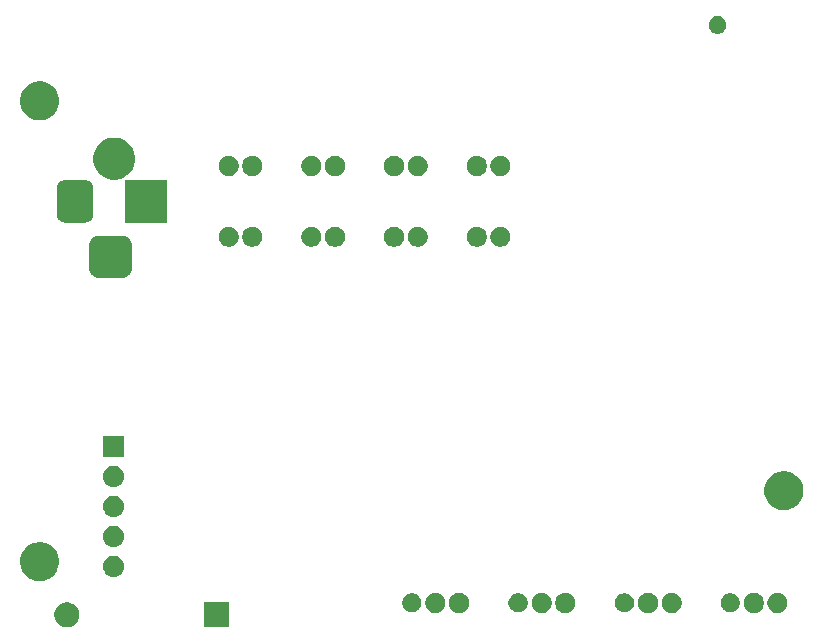
<source format=gbr>
G04 #@! TF.GenerationSoftware,KiCad,Pcbnew,5.0.2-bee76a0~70~ubuntu18.04.1*
G04 #@! TF.CreationDate,2019-04-11T12:32:57+02:00*
G04 #@! TF.ProjectId,Plant_monitoring_device,506c616e-745f-46d6-9f6e-69746f72696e,rev?*
G04 #@! TF.SameCoordinates,Original*
G04 #@! TF.FileFunction,Soldermask,Bot*
G04 #@! TF.FilePolarity,Negative*
%FSLAX46Y46*%
G04 Gerber Fmt 4.6, Leading zero omitted, Abs format (unit mm)*
G04 Created by KiCad (PCBNEW 5.0.2-bee76a0~70~ubuntu18.04.1) date Čt 11. dubna 2019, 12:32:57 CEST*
%MOMM*%
%LPD*%
G01*
G04 APERTURE LIST*
%ADD10C,0.100000*%
G04 APERTURE END LIST*
D10*
G36*
X213051000Y-149551000D02*
X210949000Y-149551000D01*
X210949000Y-147449000D01*
X213051000Y-147449000D01*
X213051000Y-149551000D01*
X213051000Y-149551000D01*
G37*
G36*
X199606565Y-147489389D02*
X199797834Y-147568615D01*
X199969976Y-147683637D01*
X200116363Y-147830024D01*
X200231385Y-148002166D01*
X200310611Y-148193435D01*
X200351000Y-148396484D01*
X200351000Y-148603516D01*
X200310611Y-148806565D01*
X200231385Y-148997834D01*
X200116363Y-149169976D01*
X199969976Y-149316363D01*
X199797834Y-149431385D01*
X199606565Y-149510611D01*
X199403516Y-149551000D01*
X199196484Y-149551000D01*
X198993435Y-149510611D01*
X198802166Y-149431385D01*
X198630024Y-149316363D01*
X198483637Y-149169976D01*
X198368615Y-148997834D01*
X198289389Y-148806565D01*
X198249000Y-148603516D01*
X198249000Y-148396484D01*
X198289389Y-148193435D01*
X198368615Y-148002166D01*
X198483637Y-147830024D01*
X198630024Y-147683637D01*
X198802166Y-147568615D01*
X198993435Y-147489389D01*
X199196484Y-147449000D01*
X199403516Y-147449000D01*
X199606565Y-147489389D01*
X199606565Y-147489389D01*
G37*
G36*
X248748228Y-146681703D02*
X248903100Y-146745853D01*
X249042481Y-146838985D01*
X249161015Y-146957519D01*
X249254147Y-147096900D01*
X249318297Y-147251772D01*
X249351000Y-147416184D01*
X249351000Y-147583816D01*
X249318297Y-147748228D01*
X249254147Y-147903100D01*
X249161015Y-148042481D01*
X249042481Y-148161015D01*
X248903100Y-148254147D01*
X248748228Y-148318297D01*
X248583816Y-148351000D01*
X248416184Y-148351000D01*
X248251772Y-148318297D01*
X248096900Y-148254147D01*
X247957519Y-148161015D01*
X247838985Y-148042481D01*
X247745853Y-147903100D01*
X247681703Y-147748228D01*
X247649000Y-147583816D01*
X247649000Y-147416184D01*
X247681703Y-147251772D01*
X247745853Y-147096900D01*
X247838985Y-146957519D01*
X247957519Y-146838985D01*
X248096900Y-146745853D01*
X248251772Y-146681703D01*
X248416184Y-146649000D01*
X248583816Y-146649000D01*
X248748228Y-146681703D01*
X248748228Y-146681703D01*
G37*
G36*
X259708228Y-146681703D02*
X259863100Y-146745853D01*
X260002481Y-146838985D01*
X260121015Y-146957519D01*
X260214147Y-147096900D01*
X260278297Y-147251772D01*
X260311000Y-147416184D01*
X260311000Y-147583816D01*
X260278297Y-147748228D01*
X260214147Y-147903100D01*
X260121015Y-148042481D01*
X260002481Y-148161015D01*
X259863100Y-148254147D01*
X259708228Y-148318297D01*
X259543816Y-148351000D01*
X259376184Y-148351000D01*
X259211772Y-148318297D01*
X259056900Y-148254147D01*
X258917519Y-148161015D01*
X258798985Y-148042481D01*
X258705853Y-147903100D01*
X258641703Y-147748228D01*
X258609000Y-147583816D01*
X258609000Y-147416184D01*
X258641703Y-147251772D01*
X258705853Y-147096900D01*
X258798985Y-146957519D01*
X258917519Y-146838985D01*
X259056900Y-146745853D01*
X259211772Y-146681703D01*
X259376184Y-146649000D01*
X259543816Y-146649000D01*
X259708228Y-146681703D01*
X259708228Y-146681703D01*
G37*
G36*
X257708228Y-146681703D02*
X257863100Y-146745853D01*
X258002481Y-146838985D01*
X258121015Y-146957519D01*
X258214147Y-147096900D01*
X258278297Y-147251772D01*
X258311000Y-147416184D01*
X258311000Y-147583816D01*
X258278297Y-147748228D01*
X258214147Y-147903100D01*
X258121015Y-148042481D01*
X258002481Y-148161015D01*
X257863100Y-148254147D01*
X257708228Y-148318297D01*
X257543816Y-148351000D01*
X257376184Y-148351000D01*
X257211772Y-148318297D01*
X257056900Y-148254147D01*
X256917519Y-148161015D01*
X256798985Y-148042481D01*
X256705853Y-147903100D01*
X256641703Y-147748228D01*
X256609000Y-147583816D01*
X256609000Y-147416184D01*
X256641703Y-147251772D01*
X256705853Y-147096900D01*
X256798985Y-146957519D01*
X256917519Y-146838985D01*
X257056900Y-146745853D01*
X257211772Y-146681703D01*
X257376184Y-146649000D01*
X257543816Y-146649000D01*
X257708228Y-146681703D01*
X257708228Y-146681703D01*
G37*
G36*
X232748228Y-146681703D02*
X232903100Y-146745853D01*
X233042481Y-146838985D01*
X233161015Y-146957519D01*
X233254147Y-147096900D01*
X233318297Y-147251772D01*
X233351000Y-147416184D01*
X233351000Y-147583816D01*
X233318297Y-147748228D01*
X233254147Y-147903100D01*
X233161015Y-148042481D01*
X233042481Y-148161015D01*
X232903100Y-148254147D01*
X232748228Y-148318297D01*
X232583816Y-148351000D01*
X232416184Y-148351000D01*
X232251772Y-148318297D01*
X232096900Y-148254147D01*
X231957519Y-148161015D01*
X231838985Y-148042481D01*
X231745853Y-147903100D01*
X231681703Y-147748228D01*
X231649000Y-147583816D01*
X231649000Y-147416184D01*
X231681703Y-147251772D01*
X231745853Y-147096900D01*
X231838985Y-146957519D01*
X231957519Y-146838985D01*
X232096900Y-146745853D01*
X232251772Y-146681703D01*
X232416184Y-146649000D01*
X232583816Y-146649000D01*
X232748228Y-146681703D01*
X232748228Y-146681703D01*
G37*
G36*
X230748228Y-146681703D02*
X230903100Y-146745853D01*
X231042481Y-146838985D01*
X231161015Y-146957519D01*
X231254147Y-147096900D01*
X231318297Y-147251772D01*
X231351000Y-147416184D01*
X231351000Y-147583816D01*
X231318297Y-147748228D01*
X231254147Y-147903100D01*
X231161015Y-148042481D01*
X231042481Y-148161015D01*
X230903100Y-148254147D01*
X230748228Y-148318297D01*
X230583816Y-148351000D01*
X230416184Y-148351000D01*
X230251772Y-148318297D01*
X230096900Y-148254147D01*
X229957519Y-148161015D01*
X229838985Y-148042481D01*
X229745853Y-147903100D01*
X229681703Y-147748228D01*
X229649000Y-147583816D01*
X229649000Y-147416184D01*
X229681703Y-147251772D01*
X229745853Y-147096900D01*
X229838985Y-146957519D01*
X229957519Y-146838985D01*
X230096900Y-146745853D01*
X230251772Y-146681703D01*
X230416184Y-146649000D01*
X230583816Y-146649000D01*
X230748228Y-146681703D01*
X230748228Y-146681703D01*
G37*
G36*
X250748228Y-146681703D02*
X250903100Y-146745853D01*
X251042481Y-146838985D01*
X251161015Y-146957519D01*
X251254147Y-147096900D01*
X251318297Y-147251772D01*
X251351000Y-147416184D01*
X251351000Y-147583816D01*
X251318297Y-147748228D01*
X251254147Y-147903100D01*
X251161015Y-148042481D01*
X251042481Y-148161015D01*
X250903100Y-148254147D01*
X250748228Y-148318297D01*
X250583816Y-148351000D01*
X250416184Y-148351000D01*
X250251772Y-148318297D01*
X250096900Y-148254147D01*
X249957519Y-148161015D01*
X249838985Y-148042481D01*
X249745853Y-147903100D01*
X249681703Y-147748228D01*
X249649000Y-147583816D01*
X249649000Y-147416184D01*
X249681703Y-147251772D01*
X249745853Y-147096900D01*
X249838985Y-146957519D01*
X249957519Y-146838985D01*
X250096900Y-146745853D01*
X250251772Y-146681703D01*
X250416184Y-146649000D01*
X250583816Y-146649000D01*
X250748228Y-146681703D01*
X250748228Y-146681703D01*
G37*
G36*
X241748228Y-146681703D02*
X241903100Y-146745853D01*
X242042481Y-146838985D01*
X242161015Y-146957519D01*
X242254147Y-147096900D01*
X242318297Y-147251772D01*
X242351000Y-147416184D01*
X242351000Y-147583816D01*
X242318297Y-147748228D01*
X242254147Y-147903100D01*
X242161015Y-148042481D01*
X242042481Y-148161015D01*
X241903100Y-148254147D01*
X241748228Y-148318297D01*
X241583816Y-148351000D01*
X241416184Y-148351000D01*
X241251772Y-148318297D01*
X241096900Y-148254147D01*
X240957519Y-148161015D01*
X240838985Y-148042481D01*
X240745853Y-147903100D01*
X240681703Y-147748228D01*
X240649000Y-147583816D01*
X240649000Y-147416184D01*
X240681703Y-147251772D01*
X240745853Y-147096900D01*
X240838985Y-146957519D01*
X240957519Y-146838985D01*
X241096900Y-146745853D01*
X241251772Y-146681703D01*
X241416184Y-146649000D01*
X241583816Y-146649000D01*
X241748228Y-146681703D01*
X241748228Y-146681703D01*
G37*
G36*
X239748228Y-146681703D02*
X239903100Y-146745853D01*
X240042481Y-146838985D01*
X240161015Y-146957519D01*
X240254147Y-147096900D01*
X240318297Y-147251772D01*
X240351000Y-147416184D01*
X240351000Y-147583816D01*
X240318297Y-147748228D01*
X240254147Y-147903100D01*
X240161015Y-148042481D01*
X240042481Y-148161015D01*
X239903100Y-148254147D01*
X239748228Y-148318297D01*
X239583816Y-148351000D01*
X239416184Y-148351000D01*
X239251772Y-148318297D01*
X239096900Y-148254147D01*
X238957519Y-148161015D01*
X238838985Y-148042481D01*
X238745853Y-147903100D01*
X238681703Y-147748228D01*
X238649000Y-147583816D01*
X238649000Y-147416184D01*
X238681703Y-147251772D01*
X238745853Y-147096900D01*
X238838985Y-146957519D01*
X238957519Y-146838985D01*
X239096900Y-146745853D01*
X239251772Y-146681703D01*
X239416184Y-146649000D01*
X239583816Y-146649000D01*
X239748228Y-146681703D01*
X239748228Y-146681703D01*
G37*
G36*
X237737142Y-146718242D02*
X237885102Y-146779530D01*
X238018258Y-146868502D01*
X238131498Y-146981742D01*
X238220470Y-147114898D01*
X238281758Y-147262858D01*
X238313000Y-147419925D01*
X238313000Y-147580075D01*
X238281758Y-147737142D01*
X238243284Y-147830024D01*
X238220471Y-147885100D01*
X238142251Y-148002166D01*
X238131498Y-148018258D01*
X238018258Y-148131498D01*
X237885102Y-148220470D01*
X237737142Y-148281758D01*
X237580075Y-148313000D01*
X237419925Y-148313000D01*
X237262858Y-148281758D01*
X237114898Y-148220470D01*
X236981742Y-148131498D01*
X236868502Y-148018258D01*
X236857750Y-148002166D01*
X236779529Y-147885100D01*
X236756716Y-147830024D01*
X236718242Y-147737142D01*
X236687000Y-147580075D01*
X236687000Y-147419925D01*
X236718242Y-147262858D01*
X236779530Y-147114898D01*
X236868502Y-146981742D01*
X236981742Y-146868502D01*
X237114898Y-146779530D01*
X237262858Y-146718242D01*
X237419925Y-146687000D01*
X237580075Y-146687000D01*
X237737142Y-146718242D01*
X237737142Y-146718242D01*
G37*
G36*
X246737142Y-146718242D02*
X246885102Y-146779530D01*
X247018258Y-146868502D01*
X247131498Y-146981742D01*
X247220470Y-147114898D01*
X247281758Y-147262858D01*
X247313000Y-147419925D01*
X247313000Y-147580075D01*
X247281758Y-147737142D01*
X247243284Y-147830024D01*
X247220471Y-147885100D01*
X247142251Y-148002166D01*
X247131498Y-148018258D01*
X247018258Y-148131498D01*
X246885102Y-148220470D01*
X246737142Y-148281758D01*
X246580075Y-148313000D01*
X246419925Y-148313000D01*
X246262858Y-148281758D01*
X246114898Y-148220470D01*
X245981742Y-148131498D01*
X245868502Y-148018258D01*
X245857750Y-148002166D01*
X245779529Y-147885100D01*
X245756716Y-147830024D01*
X245718242Y-147737142D01*
X245687000Y-147580075D01*
X245687000Y-147419925D01*
X245718242Y-147262858D01*
X245779530Y-147114898D01*
X245868502Y-146981742D01*
X245981742Y-146868502D01*
X246114898Y-146779530D01*
X246262858Y-146718242D01*
X246419925Y-146687000D01*
X246580075Y-146687000D01*
X246737142Y-146718242D01*
X246737142Y-146718242D01*
G37*
G36*
X255697142Y-146718242D02*
X255845102Y-146779530D01*
X255978258Y-146868502D01*
X256091498Y-146981742D01*
X256180470Y-147114898D01*
X256241758Y-147262858D01*
X256273000Y-147419925D01*
X256273000Y-147580075D01*
X256241758Y-147737142D01*
X256203284Y-147830024D01*
X256180471Y-147885100D01*
X256102251Y-148002166D01*
X256091498Y-148018258D01*
X255978258Y-148131498D01*
X255845102Y-148220470D01*
X255697142Y-148281758D01*
X255540075Y-148313000D01*
X255379925Y-148313000D01*
X255222858Y-148281758D01*
X255074898Y-148220470D01*
X254941742Y-148131498D01*
X254828502Y-148018258D01*
X254817750Y-148002166D01*
X254739529Y-147885100D01*
X254716716Y-147830024D01*
X254678242Y-147737142D01*
X254647000Y-147580075D01*
X254647000Y-147419925D01*
X254678242Y-147262858D01*
X254739530Y-147114898D01*
X254828502Y-146981742D01*
X254941742Y-146868502D01*
X255074898Y-146779530D01*
X255222858Y-146718242D01*
X255379925Y-146687000D01*
X255540075Y-146687000D01*
X255697142Y-146718242D01*
X255697142Y-146718242D01*
G37*
G36*
X228737142Y-146718242D02*
X228885102Y-146779530D01*
X229018258Y-146868502D01*
X229131498Y-146981742D01*
X229220470Y-147114898D01*
X229281758Y-147262858D01*
X229313000Y-147419925D01*
X229313000Y-147580075D01*
X229281758Y-147737142D01*
X229243284Y-147830024D01*
X229220471Y-147885100D01*
X229142251Y-148002166D01*
X229131498Y-148018258D01*
X229018258Y-148131498D01*
X228885102Y-148220470D01*
X228737142Y-148281758D01*
X228580075Y-148313000D01*
X228419925Y-148313000D01*
X228262858Y-148281758D01*
X228114898Y-148220470D01*
X227981742Y-148131498D01*
X227868502Y-148018258D01*
X227857750Y-148002166D01*
X227779529Y-147885100D01*
X227756716Y-147830024D01*
X227718242Y-147737142D01*
X227687000Y-147580075D01*
X227687000Y-147419925D01*
X227718242Y-147262858D01*
X227779530Y-147114898D01*
X227868502Y-146981742D01*
X227981742Y-146868502D01*
X228114898Y-146779530D01*
X228262858Y-146718242D01*
X228419925Y-146687000D01*
X228580075Y-146687000D01*
X228737142Y-146718242D01*
X228737142Y-146718242D01*
G37*
G36*
X197375256Y-142391298D02*
X197481579Y-142412447D01*
X197782042Y-142536903D01*
X197910564Y-142622779D01*
X198052454Y-142717587D01*
X198282413Y-142947546D01*
X198282415Y-142947549D01*
X198463097Y-143217958D01*
X198583651Y-143509000D01*
X198587553Y-143518422D01*
X198637559Y-143769815D01*
X198651000Y-143837391D01*
X198651000Y-144162609D01*
X198587553Y-144481579D01*
X198499550Y-144694037D01*
X198463098Y-144782040D01*
X198282413Y-145052454D01*
X198052454Y-145282413D01*
X198052451Y-145282415D01*
X197782042Y-145463097D01*
X197481579Y-145587553D01*
X197375256Y-145608702D01*
X197162611Y-145651000D01*
X196837389Y-145651000D01*
X196624744Y-145608702D01*
X196518421Y-145587553D01*
X196217958Y-145463097D01*
X195947549Y-145282415D01*
X195947546Y-145282413D01*
X195717587Y-145052454D01*
X195536902Y-144782040D01*
X195500450Y-144694037D01*
X195412447Y-144481579D01*
X195349000Y-144162609D01*
X195349000Y-143837391D01*
X195362442Y-143769815D01*
X195412447Y-143518422D01*
X195416350Y-143509000D01*
X195536903Y-143217958D01*
X195717585Y-142947549D01*
X195717587Y-142947546D01*
X195947546Y-142717587D01*
X196089436Y-142622779D01*
X196217958Y-142536903D01*
X196518421Y-142412447D01*
X196624744Y-142391298D01*
X196837389Y-142349000D01*
X197162611Y-142349000D01*
X197375256Y-142391298D01*
X197375256Y-142391298D01*
G37*
G36*
X203360442Y-143515518D02*
X203426627Y-143522037D01*
X203539853Y-143556384D01*
X203596467Y-143573557D01*
X203735087Y-143647652D01*
X203752991Y-143657222D01*
X203788729Y-143686552D01*
X203890186Y-143769814D01*
X203945644Y-143837391D01*
X204002778Y-143907009D01*
X204002779Y-143907011D01*
X204086443Y-144063533D01*
X204086443Y-144063534D01*
X204137963Y-144233373D01*
X204155359Y-144410000D01*
X204137963Y-144586627D01*
X204103616Y-144699853D01*
X204086443Y-144756467D01*
X204012348Y-144895087D01*
X204002778Y-144912991D01*
X203973448Y-144948729D01*
X203890186Y-145050186D01*
X203788729Y-145133448D01*
X203752991Y-145162778D01*
X203752989Y-145162779D01*
X203596467Y-145246443D01*
X203539853Y-145263616D01*
X203426627Y-145297963D01*
X203360442Y-145304482D01*
X203294260Y-145311000D01*
X203205740Y-145311000D01*
X203139558Y-145304482D01*
X203073373Y-145297963D01*
X202960147Y-145263616D01*
X202903533Y-145246443D01*
X202747011Y-145162779D01*
X202747009Y-145162778D01*
X202711271Y-145133448D01*
X202609814Y-145050186D01*
X202526552Y-144948729D01*
X202497222Y-144912991D01*
X202487652Y-144895087D01*
X202413557Y-144756467D01*
X202396384Y-144699853D01*
X202362037Y-144586627D01*
X202344641Y-144410000D01*
X202362037Y-144233373D01*
X202413557Y-144063534D01*
X202413557Y-144063533D01*
X202497221Y-143907011D01*
X202497222Y-143907009D01*
X202554356Y-143837391D01*
X202609814Y-143769814D01*
X202711271Y-143686552D01*
X202747009Y-143657222D01*
X202764913Y-143647652D01*
X202903533Y-143573557D01*
X202960147Y-143556384D01*
X203073373Y-143522037D01*
X203139558Y-143515518D01*
X203205740Y-143509000D01*
X203294260Y-143509000D01*
X203360442Y-143515518D01*
X203360442Y-143515518D01*
G37*
G36*
X203360443Y-140975519D02*
X203426627Y-140982037D01*
X203539853Y-141016384D01*
X203596467Y-141033557D01*
X203735087Y-141107652D01*
X203752991Y-141117222D01*
X203788729Y-141146552D01*
X203890186Y-141229814D01*
X203973448Y-141331271D01*
X204002778Y-141367009D01*
X204002779Y-141367011D01*
X204086443Y-141523533D01*
X204086443Y-141523534D01*
X204137963Y-141693373D01*
X204155359Y-141870000D01*
X204137963Y-142046627D01*
X204103616Y-142159853D01*
X204086443Y-142216467D01*
X204015602Y-142349000D01*
X204002778Y-142372991D01*
X203973448Y-142408729D01*
X203890186Y-142510186D01*
X203788729Y-142593448D01*
X203752991Y-142622778D01*
X203752989Y-142622779D01*
X203596467Y-142706443D01*
X203559736Y-142717585D01*
X203426627Y-142757963D01*
X203360443Y-142764481D01*
X203294260Y-142771000D01*
X203205740Y-142771000D01*
X203139557Y-142764481D01*
X203073373Y-142757963D01*
X202940264Y-142717585D01*
X202903533Y-142706443D01*
X202747011Y-142622779D01*
X202747009Y-142622778D01*
X202711271Y-142593448D01*
X202609814Y-142510186D01*
X202526552Y-142408729D01*
X202497222Y-142372991D01*
X202484398Y-142349000D01*
X202413557Y-142216467D01*
X202396384Y-142159853D01*
X202362037Y-142046627D01*
X202344641Y-141870000D01*
X202362037Y-141693373D01*
X202413557Y-141523534D01*
X202413557Y-141523533D01*
X202497221Y-141367011D01*
X202497222Y-141367009D01*
X202526552Y-141331271D01*
X202609814Y-141229814D01*
X202711271Y-141146552D01*
X202747009Y-141117222D01*
X202764913Y-141107652D01*
X202903533Y-141033557D01*
X202960147Y-141016384D01*
X203073373Y-140982037D01*
X203139557Y-140975519D01*
X203205740Y-140969000D01*
X203294260Y-140969000D01*
X203360443Y-140975519D01*
X203360443Y-140975519D01*
G37*
G36*
X203360442Y-138435518D02*
X203426627Y-138442037D01*
X203539853Y-138476384D01*
X203596467Y-138493557D01*
X203735087Y-138567652D01*
X203752991Y-138577222D01*
X203788729Y-138606552D01*
X203890186Y-138689814D01*
X203965873Y-138782040D01*
X204002778Y-138827009D01*
X204002779Y-138827011D01*
X204086443Y-138983533D01*
X204086443Y-138983534D01*
X204137963Y-139153373D01*
X204155359Y-139330000D01*
X204137963Y-139506627D01*
X204113414Y-139587553D01*
X204086443Y-139676467D01*
X204012348Y-139815087D01*
X204002778Y-139832991D01*
X203973448Y-139868729D01*
X203890186Y-139970186D01*
X203788729Y-140053448D01*
X203752991Y-140082778D01*
X203752989Y-140082779D01*
X203596467Y-140166443D01*
X203539853Y-140183616D01*
X203426627Y-140217963D01*
X203360442Y-140224482D01*
X203294260Y-140231000D01*
X203205740Y-140231000D01*
X203139558Y-140224482D01*
X203073373Y-140217963D01*
X202960147Y-140183616D01*
X202903533Y-140166443D01*
X202747011Y-140082779D01*
X202747009Y-140082778D01*
X202711271Y-140053448D01*
X202609814Y-139970186D01*
X202526552Y-139868729D01*
X202497222Y-139832991D01*
X202487652Y-139815087D01*
X202413557Y-139676467D01*
X202386586Y-139587553D01*
X202362037Y-139506627D01*
X202344641Y-139330000D01*
X202362037Y-139153373D01*
X202413557Y-138983534D01*
X202413557Y-138983533D01*
X202497221Y-138827011D01*
X202497222Y-138827009D01*
X202534127Y-138782040D01*
X202609814Y-138689814D01*
X202711271Y-138606552D01*
X202747009Y-138577222D01*
X202764913Y-138567652D01*
X202903533Y-138493557D01*
X202960147Y-138476384D01*
X203073373Y-138442037D01*
X203139558Y-138435518D01*
X203205740Y-138429000D01*
X203294260Y-138429000D01*
X203360442Y-138435518D01*
X203360442Y-138435518D01*
G37*
G36*
X260375256Y-136391298D02*
X260481579Y-136412447D01*
X260782042Y-136536903D01*
X260896487Y-136613373D01*
X261052454Y-136717587D01*
X261282413Y-136947546D01*
X261282415Y-136947549D01*
X261463097Y-137217958D01*
X261587553Y-137518421D01*
X261651000Y-137837391D01*
X261651000Y-138162609D01*
X261587553Y-138481579D01*
X261463097Y-138782042D01*
X261328465Y-138983533D01*
X261282413Y-139052454D01*
X261052454Y-139282413D01*
X261052451Y-139282415D01*
X260782042Y-139463097D01*
X260481579Y-139587553D01*
X260375256Y-139608702D01*
X260162611Y-139651000D01*
X259837389Y-139651000D01*
X259624744Y-139608702D01*
X259518421Y-139587553D01*
X259217958Y-139463097D01*
X258947549Y-139282415D01*
X258947546Y-139282413D01*
X258717587Y-139052454D01*
X258671535Y-138983533D01*
X258536903Y-138782042D01*
X258412447Y-138481579D01*
X258349000Y-138162609D01*
X258349000Y-137837391D01*
X258412447Y-137518421D01*
X258536903Y-137217958D01*
X258717585Y-136947549D01*
X258717587Y-136947546D01*
X258947546Y-136717587D01*
X259103513Y-136613373D01*
X259217958Y-136536903D01*
X259518421Y-136412447D01*
X259624744Y-136391298D01*
X259837389Y-136349000D01*
X260162611Y-136349000D01*
X260375256Y-136391298D01*
X260375256Y-136391298D01*
G37*
G36*
X203360442Y-135895518D02*
X203426627Y-135902037D01*
X203539853Y-135936384D01*
X203596467Y-135953557D01*
X203735087Y-136027652D01*
X203752991Y-136037222D01*
X203788729Y-136066552D01*
X203890186Y-136149814D01*
X203973448Y-136251271D01*
X204002778Y-136287009D01*
X204002779Y-136287011D01*
X204086443Y-136443533D01*
X204086443Y-136443534D01*
X204137963Y-136613373D01*
X204155359Y-136790000D01*
X204137963Y-136966627D01*
X204103616Y-137079853D01*
X204086443Y-137136467D01*
X204042883Y-137217960D01*
X204002778Y-137292991D01*
X203973448Y-137328729D01*
X203890186Y-137430186D01*
X203788729Y-137513448D01*
X203752991Y-137542778D01*
X203752989Y-137542779D01*
X203596467Y-137626443D01*
X203539853Y-137643616D01*
X203426627Y-137677963D01*
X203360442Y-137684482D01*
X203294260Y-137691000D01*
X203205740Y-137691000D01*
X203139558Y-137684482D01*
X203073373Y-137677963D01*
X202960147Y-137643616D01*
X202903533Y-137626443D01*
X202747011Y-137542779D01*
X202747009Y-137542778D01*
X202711271Y-137513448D01*
X202609814Y-137430186D01*
X202526552Y-137328729D01*
X202497222Y-137292991D01*
X202457117Y-137217960D01*
X202413557Y-137136467D01*
X202396384Y-137079853D01*
X202362037Y-136966627D01*
X202344641Y-136790000D01*
X202362037Y-136613373D01*
X202413557Y-136443534D01*
X202413557Y-136443533D01*
X202497221Y-136287011D01*
X202497222Y-136287009D01*
X202526552Y-136251271D01*
X202609814Y-136149814D01*
X202711271Y-136066552D01*
X202747009Y-136037222D01*
X202764913Y-136027652D01*
X202903533Y-135953557D01*
X202960147Y-135936384D01*
X203073373Y-135902037D01*
X203139558Y-135895518D01*
X203205740Y-135889000D01*
X203294260Y-135889000D01*
X203360442Y-135895518D01*
X203360442Y-135895518D01*
G37*
G36*
X204151000Y-135151000D02*
X202349000Y-135151000D01*
X202349000Y-133349000D01*
X204151000Y-133349000D01*
X204151000Y-135151000D01*
X204151000Y-135151000D01*
G37*
G36*
X204126366Y-116415695D02*
X204283458Y-116463348D01*
X204428230Y-116540731D01*
X204555128Y-116644872D01*
X204659269Y-116771770D01*
X204736652Y-116916542D01*
X204784305Y-117073634D01*
X204801000Y-117243140D01*
X204801000Y-119156860D01*
X204784305Y-119326366D01*
X204736652Y-119483458D01*
X204659269Y-119628230D01*
X204555128Y-119755128D01*
X204428230Y-119859269D01*
X204283458Y-119936652D01*
X204126366Y-119984305D01*
X203956860Y-120001000D01*
X202043140Y-120001000D01*
X201873634Y-119984305D01*
X201716542Y-119936652D01*
X201571770Y-119859269D01*
X201444872Y-119755128D01*
X201340731Y-119628230D01*
X201263348Y-119483458D01*
X201215695Y-119326366D01*
X201199000Y-119156860D01*
X201199000Y-117243140D01*
X201215695Y-117073634D01*
X201263348Y-116916542D01*
X201340731Y-116771770D01*
X201444872Y-116644872D01*
X201571770Y-116540731D01*
X201716542Y-116463348D01*
X201873634Y-116415695D01*
X202043140Y-116399000D01*
X203956860Y-116399000D01*
X204126366Y-116415695D01*
X204126366Y-116415695D01*
G37*
G36*
X229248228Y-115681703D02*
X229403100Y-115745853D01*
X229542481Y-115838985D01*
X229661015Y-115957519D01*
X229754147Y-116096900D01*
X229818297Y-116251772D01*
X229851000Y-116416184D01*
X229851000Y-116583816D01*
X229818297Y-116748228D01*
X229754147Y-116903100D01*
X229661015Y-117042481D01*
X229542481Y-117161015D01*
X229403100Y-117254147D01*
X229248228Y-117318297D01*
X229083816Y-117351000D01*
X228916184Y-117351000D01*
X228751772Y-117318297D01*
X228596900Y-117254147D01*
X228457519Y-117161015D01*
X228338985Y-117042481D01*
X228245853Y-116903100D01*
X228181703Y-116748228D01*
X228149000Y-116583816D01*
X228149000Y-116416184D01*
X228181703Y-116251772D01*
X228245853Y-116096900D01*
X228338985Y-115957519D01*
X228457519Y-115838985D01*
X228596900Y-115745853D01*
X228751772Y-115681703D01*
X228916184Y-115649000D01*
X229083816Y-115649000D01*
X229248228Y-115681703D01*
X229248228Y-115681703D01*
G37*
G36*
X227248228Y-115681703D02*
X227403100Y-115745853D01*
X227542481Y-115838985D01*
X227661015Y-115957519D01*
X227754147Y-116096900D01*
X227818297Y-116251772D01*
X227851000Y-116416184D01*
X227851000Y-116583816D01*
X227818297Y-116748228D01*
X227754147Y-116903100D01*
X227661015Y-117042481D01*
X227542481Y-117161015D01*
X227403100Y-117254147D01*
X227248228Y-117318297D01*
X227083816Y-117351000D01*
X226916184Y-117351000D01*
X226751772Y-117318297D01*
X226596900Y-117254147D01*
X226457519Y-117161015D01*
X226338985Y-117042481D01*
X226245853Y-116903100D01*
X226181703Y-116748228D01*
X226149000Y-116583816D01*
X226149000Y-116416184D01*
X226181703Y-116251772D01*
X226245853Y-116096900D01*
X226338985Y-115957519D01*
X226457519Y-115838985D01*
X226596900Y-115745853D01*
X226751772Y-115681703D01*
X226916184Y-115649000D01*
X227083816Y-115649000D01*
X227248228Y-115681703D01*
X227248228Y-115681703D01*
G37*
G36*
X236248228Y-115681703D02*
X236403100Y-115745853D01*
X236542481Y-115838985D01*
X236661015Y-115957519D01*
X236754147Y-116096900D01*
X236818297Y-116251772D01*
X236851000Y-116416184D01*
X236851000Y-116583816D01*
X236818297Y-116748228D01*
X236754147Y-116903100D01*
X236661015Y-117042481D01*
X236542481Y-117161015D01*
X236403100Y-117254147D01*
X236248228Y-117318297D01*
X236083816Y-117351000D01*
X235916184Y-117351000D01*
X235751772Y-117318297D01*
X235596900Y-117254147D01*
X235457519Y-117161015D01*
X235338985Y-117042481D01*
X235245853Y-116903100D01*
X235181703Y-116748228D01*
X235149000Y-116583816D01*
X235149000Y-116416184D01*
X235181703Y-116251772D01*
X235245853Y-116096900D01*
X235338985Y-115957519D01*
X235457519Y-115838985D01*
X235596900Y-115745853D01*
X235751772Y-115681703D01*
X235916184Y-115649000D01*
X236083816Y-115649000D01*
X236248228Y-115681703D01*
X236248228Y-115681703D01*
G37*
G36*
X234248228Y-115681703D02*
X234403100Y-115745853D01*
X234542481Y-115838985D01*
X234661015Y-115957519D01*
X234754147Y-116096900D01*
X234818297Y-116251772D01*
X234851000Y-116416184D01*
X234851000Y-116583816D01*
X234818297Y-116748228D01*
X234754147Y-116903100D01*
X234661015Y-117042481D01*
X234542481Y-117161015D01*
X234403100Y-117254147D01*
X234248228Y-117318297D01*
X234083816Y-117351000D01*
X233916184Y-117351000D01*
X233751772Y-117318297D01*
X233596900Y-117254147D01*
X233457519Y-117161015D01*
X233338985Y-117042481D01*
X233245853Y-116903100D01*
X233181703Y-116748228D01*
X233149000Y-116583816D01*
X233149000Y-116416184D01*
X233181703Y-116251772D01*
X233245853Y-116096900D01*
X233338985Y-115957519D01*
X233457519Y-115838985D01*
X233596900Y-115745853D01*
X233751772Y-115681703D01*
X233916184Y-115649000D01*
X234083816Y-115649000D01*
X234248228Y-115681703D01*
X234248228Y-115681703D01*
G37*
G36*
X213248228Y-115681703D02*
X213403100Y-115745853D01*
X213542481Y-115838985D01*
X213661015Y-115957519D01*
X213754147Y-116096900D01*
X213818297Y-116251772D01*
X213851000Y-116416184D01*
X213851000Y-116583816D01*
X213818297Y-116748228D01*
X213754147Y-116903100D01*
X213661015Y-117042481D01*
X213542481Y-117161015D01*
X213403100Y-117254147D01*
X213248228Y-117318297D01*
X213083816Y-117351000D01*
X212916184Y-117351000D01*
X212751772Y-117318297D01*
X212596900Y-117254147D01*
X212457519Y-117161015D01*
X212338985Y-117042481D01*
X212245853Y-116903100D01*
X212181703Y-116748228D01*
X212149000Y-116583816D01*
X212149000Y-116416184D01*
X212181703Y-116251772D01*
X212245853Y-116096900D01*
X212338985Y-115957519D01*
X212457519Y-115838985D01*
X212596900Y-115745853D01*
X212751772Y-115681703D01*
X212916184Y-115649000D01*
X213083816Y-115649000D01*
X213248228Y-115681703D01*
X213248228Y-115681703D01*
G37*
G36*
X222248228Y-115681703D02*
X222403100Y-115745853D01*
X222542481Y-115838985D01*
X222661015Y-115957519D01*
X222754147Y-116096900D01*
X222818297Y-116251772D01*
X222851000Y-116416184D01*
X222851000Y-116583816D01*
X222818297Y-116748228D01*
X222754147Y-116903100D01*
X222661015Y-117042481D01*
X222542481Y-117161015D01*
X222403100Y-117254147D01*
X222248228Y-117318297D01*
X222083816Y-117351000D01*
X221916184Y-117351000D01*
X221751772Y-117318297D01*
X221596900Y-117254147D01*
X221457519Y-117161015D01*
X221338985Y-117042481D01*
X221245853Y-116903100D01*
X221181703Y-116748228D01*
X221149000Y-116583816D01*
X221149000Y-116416184D01*
X221181703Y-116251772D01*
X221245853Y-116096900D01*
X221338985Y-115957519D01*
X221457519Y-115838985D01*
X221596900Y-115745853D01*
X221751772Y-115681703D01*
X221916184Y-115649000D01*
X222083816Y-115649000D01*
X222248228Y-115681703D01*
X222248228Y-115681703D01*
G37*
G36*
X220248228Y-115681703D02*
X220403100Y-115745853D01*
X220542481Y-115838985D01*
X220661015Y-115957519D01*
X220754147Y-116096900D01*
X220818297Y-116251772D01*
X220851000Y-116416184D01*
X220851000Y-116583816D01*
X220818297Y-116748228D01*
X220754147Y-116903100D01*
X220661015Y-117042481D01*
X220542481Y-117161015D01*
X220403100Y-117254147D01*
X220248228Y-117318297D01*
X220083816Y-117351000D01*
X219916184Y-117351000D01*
X219751772Y-117318297D01*
X219596900Y-117254147D01*
X219457519Y-117161015D01*
X219338985Y-117042481D01*
X219245853Y-116903100D01*
X219181703Y-116748228D01*
X219149000Y-116583816D01*
X219149000Y-116416184D01*
X219181703Y-116251772D01*
X219245853Y-116096900D01*
X219338985Y-115957519D01*
X219457519Y-115838985D01*
X219596900Y-115745853D01*
X219751772Y-115681703D01*
X219916184Y-115649000D01*
X220083816Y-115649000D01*
X220248228Y-115681703D01*
X220248228Y-115681703D01*
G37*
G36*
X215248228Y-115681703D02*
X215403100Y-115745853D01*
X215542481Y-115838985D01*
X215661015Y-115957519D01*
X215754147Y-116096900D01*
X215818297Y-116251772D01*
X215851000Y-116416184D01*
X215851000Y-116583816D01*
X215818297Y-116748228D01*
X215754147Y-116903100D01*
X215661015Y-117042481D01*
X215542481Y-117161015D01*
X215403100Y-117254147D01*
X215248228Y-117318297D01*
X215083816Y-117351000D01*
X214916184Y-117351000D01*
X214751772Y-117318297D01*
X214596900Y-117254147D01*
X214457519Y-117161015D01*
X214338985Y-117042481D01*
X214245853Y-116903100D01*
X214181703Y-116748228D01*
X214149000Y-116583816D01*
X214149000Y-116416184D01*
X214181703Y-116251772D01*
X214245853Y-116096900D01*
X214338985Y-115957519D01*
X214457519Y-115838985D01*
X214596900Y-115745853D01*
X214751772Y-115681703D01*
X214916184Y-115649000D01*
X215083816Y-115649000D01*
X215248228Y-115681703D01*
X215248228Y-115681703D01*
G37*
G36*
X204201425Y-111699000D02*
X207801000Y-111699000D01*
X207801000Y-115301000D01*
X204199000Y-115301000D01*
X204199000Y-111698761D01*
X204201425Y-111699000D01*
X204201425Y-111699000D01*
G37*
G36*
X200976978Y-111713293D02*
X201110627Y-111753835D01*
X201233782Y-111819662D01*
X201341739Y-111908261D01*
X201430338Y-112016218D01*
X201496165Y-112139373D01*
X201536707Y-112273022D01*
X201551000Y-112418140D01*
X201551000Y-114581860D01*
X201536707Y-114726978D01*
X201496165Y-114860627D01*
X201430338Y-114983782D01*
X201341739Y-115091739D01*
X201233782Y-115180338D01*
X201110627Y-115246165D01*
X200976978Y-115286707D01*
X200831860Y-115301000D01*
X199168140Y-115301000D01*
X199023022Y-115286707D01*
X198889373Y-115246165D01*
X198766218Y-115180338D01*
X198658261Y-115091739D01*
X198569662Y-114983782D01*
X198503835Y-114860627D01*
X198463293Y-114726978D01*
X198449000Y-114581860D01*
X198449000Y-112418140D01*
X198463293Y-112273022D01*
X198503835Y-112139373D01*
X198569662Y-112016218D01*
X198658261Y-111908261D01*
X198766218Y-111819662D01*
X198889373Y-111753835D01*
X199023022Y-111713293D01*
X199168140Y-111699000D01*
X200831860Y-111699000D01*
X200976978Y-111713293D01*
X200976978Y-111713293D01*
G37*
G36*
X203818037Y-108182250D02*
X203818039Y-108182251D01*
X203818040Y-108182251D01*
X204141251Y-108316129D01*
X204141252Y-108316130D01*
X204432137Y-108510493D01*
X204679507Y-108757863D01*
X204679509Y-108757866D01*
X204873871Y-109048749D01*
X205007749Y-109371960D01*
X205076000Y-109715079D01*
X205076000Y-110064921D01*
X205007749Y-110408040D01*
X204873871Y-110731251D01*
X204873870Y-110731252D01*
X204679507Y-111022137D01*
X204432137Y-111269507D01*
X204432134Y-111269509D01*
X204141251Y-111463871D01*
X204141250Y-111463872D01*
X204131979Y-111470066D01*
X204113037Y-111485612D01*
X204097654Y-111504356D01*
X204074000Y-111502026D01*
X204049614Y-111504428D01*
X204026168Y-111511540D01*
X203818040Y-111597749D01*
X203818039Y-111597749D01*
X203818037Y-111597750D01*
X203474922Y-111666000D01*
X203125078Y-111666000D01*
X202781963Y-111597750D01*
X202781961Y-111597749D01*
X202781960Y-111597749D01*
X202458749Y-111463871D01*
X202167866Y-111269509D01*
X202167863Y-111269507D01*
X201920493Y-111022137D01*
X201726130Y-110731252D01*
X201726129Y-110731251D01*
X201592251Y-110408040D01*
X201524000Y-110064921D01*
X201524000Y-109715079D01*
X201592251Y-109371960D01*
X201726129Y-109048749D01*
X201920491Y-108757866D01*
X201920493Y-108757863D01*
X202167863Y-108510493D01*
X202458748Y-108316130D01*
X202458749Y-108316129D01*
X202781960Y-108182251D01*
X202781961Y-108182251D01*
X202781963Y-108182250D01*
X203125078Y-108114000D01*
X203474922Y-108114000D01*
X203818037Y-108182250D01*
X203818037Y-108182250D01*
G37*
G36*
X229248228Y-109681703D02*
X229403100Y-109745853D01*
X229542481Y-109838985D01*
X229661015Y-109957519D01*
X229754147Y-110096900D01*
X229818297Y-110251772D01*
X229851000Y-110416184D01*
X229851000Y-110583816D01*
X229818297Y-110748228D01*
X229754147Y-110903100D01*
X229661015Y-111042481D01*
X229542481Y-111161015D01*
X229403100Y-111254147D01*
X229248228Y-111318297D01*
X229083816Y-111351000D01*
X228916184Y-111351000D01*
X228751772Y-111318297D01*
X228596900Y-111254147D01*
X228457519Y-111161015D01*
X228338985Y-111042481D01*
X228245853Y-110903100D01*
X228181703Y-110748228D01*
X228149000Y-110583816D01*
X228149000Y-110416184D01*
X228181703Y-110251772D01*
X228245853Y-110096900D01*
X228338985Y-109957519D01*
X228457519Y-109838985D01*
X228596900Y-109745853D01*
X228751772Y-109681703D01*
X228916184Y-109649000D01*
X229083816Y-109649000D01*
X229248228Y-109681703D01*
X229248228Y-109681703D01*
G37*
G36*
X222248228Y-109681703D02*
X222403100Y-109745853D01*
X222542481Y-109838985D01*
X222661015Y-109957519D01*
X222754147Y-110096900D01*
X222818297Y-110251772D01*
X222851000Y-110416184D01*
X222851000Y-110583816D01*
X222818297Y-110748228D01*
X222754147Y-110903100D01*
X222661015Y-111042481D01*
X222542481Y-111161015D01*
X222403100Y-111254147D01*
X222248228Y-111318297D01*
X222083816Y-111351000D01*
X221916184Y-111351000D01*
X221751772Y-111318297D01*
X221596900Y-111254147D01*
X221457519Y-111161015D01*
X221338985Y-111042481D01*
X221245853Y-110903100D01*
X221181703Y-110748228D01*
X221149000Y-110583816D01*
X221149000Y-110416184D01*
X221181703Y-110251772D01*
X221245853Y-110096900D01*
X221338985Y-109957519D01*
X221457519Y-109838985D01*
X221596900Y-109745853D01*
X221751772Y-109681703D01*
X221916184Y-109649000D01*
X222083816Y-109649000D01*
X222248228Y-109681703D01*
X222248228Y-109681703D01*
G37*
G36*
X220248228Y-109681703D02*
X220403100Y-109745853D01*
X220542481Y-109838985D01*
X220661015Y-109957519D01*
X220754147Y-110096900D01*
X220818297Y-110251772D01*
X220851000Y-110416184D01*
X220851000Y-110583816D01*
X220818297Y-110748228D01*
X220754147Y-110903100D01*
X220661015Y-111042481D01*
X220542481Y-111161015D01*
X220403100Y-111254147D01*
X220248228Y-111318297D01*
X220083816Y-111351000D01*
X219916184Y-111351000D01*
X219751772Y-111318297D01*
X219596900Y-111254147D01*
X219457519Y-111161015D01*
X219338985Y-111042481D01*
X219245853Y-110903100D01*
X219181703Y-110748228D01*
X219149000Y-110583816D01*
X219149000Y-110416184D01*
X219181703Y-110251772D01*
X219245853Y-110096900D01*
X219338985Y-109957519D01*
X219457519Y-109838985D01*
X219596900Y-109745853D01*
X219751772Y-109681703D01*
X219916184Y-109649000D01*
X220083816Y-109649000D01*
X220248228Y-109681703D01*
X220248228Y-109681703D01*
G37*
G36*
X227248228Y-109681703D02*
X227403100Y-109745853D01*
X227542481Y-109838985D01*
X227661015Y-109957519D01*
X227754147Y-110096900D01*
X227818297Y-110251772D01*
X227851000Y-110416184D01*
X227851000Y-110583816D01*
X227818297Y-110748228D01*
X227754147Y-110903100D01*
X227661015Y-111042481D01*
X227542481Y-111161015D01*
X227403100Y-111254147D01*
X227248228Y-111318297D01*
X227083816Y-111351000D01*
X226916184Y-111351000D01*
X226751772Y-111318297D01*
X226596900Y-111254147D01*
X226457519Y-111161015D01*
X226338985Y-111042481D01*
X226245853Y-110903100D01*
X226181703Y-110748228D01*
X226149000Y-110583816D01*
X226149000Y-110416184D01*
X226181703Y-110251772D01*
X226245853Y-110096900D01*
X226338985Y-109957519D01*
X226457519Y-109838985D01*
X226596900Y-109745853D01*
X226751772Y-109681703D01*
X226916184Y-109649000D01*
X227083816Y-109649000D01*
X227248228Y-109681703D01*
X227248228Y-109681703D01*
G37*
G36*
X236248228Y-109681703D02*
X236403100Y-109745853D01*
X236542481Y-109838985D01*
X236661015Y-109957519D01*
X236754147Y-110096900D01*
X236818297Y-110251772D01*
X236851000Y-110416184D01*
X236851000Y-110583816D01*
X236818297Y-110748228D01*
X236754147Y-110903100D01*
X236661015Y-111042481D01*
X236542481Y-111161015D01*
X236403100Y-111254147D01*
X236248228Y-111318297D01*
X236083816Y-111351000D01*
X235916184Y-111351000D01*
X235751772Y-111318297D01*
X235596900Y-111254147D01*
X235457519Y-111161015D01*
X235338985Y-111042481D01*
X235245853Y-110903100D01*
X235181703Y-110748228D01*
X235149000Y-110583816D01*
X235149000Y-110416184D01*
X235181703Y-110251772D01*
X235245853Y-110096900D01*
X235338985Y-109957519D01*
X235457519Y-109838985D01*
X235596900Y-109745853D01*
X235751772Y-109681703D01*
X235916184Y-109649000D01*
X236083816Y-109649000D01*
X236248228Y-109681703D01*
X236248228Y-109681703D01*
G37*
G36*
X215248228Y-109681703D02*
X215403100Y-109745853D01*
X215542481Y-109838985D01*
X215661015Y-109957519D01*
X215754147Y-110096900D01*
X215818297Y-110251772D01*
X215851000Y-110416184D01*
X215851000Y-110583816D01*
X215818297Y-110748228D01*
X215754147Y-110903100D01*
X215661015Y-111042481D01*
X215542481Y-111161015D01*
X215403100Y-111254147D01*
X215248228Y-111318297D01*
X215083816Y-111351000D01*
X214916184Y-111351000D01*
X214751772Y-111318297D01*
X214596900Y-111254147D01*
X214457519Y-111161015D01*
X214338985Y-111042481D01*
X214245853Y-110903100D01*
X214181703Y-110748228D01*
X214149000Y-110583816D01*
X214149000Y-110416184D01*
X214181703Y-110251772D01*
X214245853Y-110096900D01*
X214338985Y-109957519D01*
X214457519Y-109838985D01*
X214596900Y-109745853D01*
X214751772Y-109681703D01*
X214916184Y-109649000D01*
X215083816Y-109649000D01*
X215248228Y-109681703D01*
X215248228Y-109681703D01*
G37*
G36*
X213248228Y-109681703D02*
X213403100Y-109745853D01*
X213542481Y-109838985D01*
X213661015Y-109957519D01*
X213754147Y-110096900D01*
X213818297Y-110251772D01*
X213851000Y-110416184D01*
X213851000Y-110583816D01*
X213818297Y-110748228D01*
X213754147Y-110903100D01*
X213661015Y-111042481D01*
X213542481Y-111161015D01*
X213403100Y-111254147D01*
X213248228Y-111318297D01*
X213083816Y-111351000D01*
X212916184Y-111351000D01*
X212751772Y-111318297D01*
X212596900Y-111254147D01*
X212457519Y-111161015D01*
X212338985Y-111042481D01*
X212245853Y-110903100D01*
X212181703Y-110748228D01*
X212149000Y-110583816D01*
X212149000Y-110416184D01*
X212181703Y-110251772D01*
X212245853Y-110096900D01*
X212338985Y-109957519D01*
X212457519Y-109838985D01*
X212596900Y-109745853D01*
X212751772Y-109681703D01*
X212916184Y-109649000D01*
X213083816Y-109649000D01*
X213248228Y-109681703D01*
X213248228Y-109681703D01*
G37*
G36*
X234248228Y-109681703D02*
X234403100Y-109745853D01*
X234542481Y-109838985D01*
X234661015Y-109957519D01*
X234754147Y-110096900D01*
X234818297Y-110251772D01*
X234851000Y-110416184D01*
X234851000Y-110583816D01*
X234818297Y-110748228D01*
X234754147Y-110903100D01*
X234661015Y-111042481D01*
X234542481Y-111161015D01*
X234403100Y-111254147D01*
X234248228Y-111318297D01*
X234083816Y-111351000D01*
X233916184Y-111351000D01*
X233751772Y-111318297D01*
X233596900Y-111254147D01*
X233457519Y-111161015D01*
X233338985Y-111042481D01*
X233245853Y-110903100D01*
X233181703Y-110748228D01*
X233149000Y-110583816D01*
X233149000Y-110416184D01*
X233181703Y-110251772D01*
X233245853Y-110096900D01*
X233338985Y-109957519D01*
X233457519Y-109838985D01*
X233596900Y-109745853D01*
X233751772Y-109681703D01*
X233916184Y-109649000D01*
X234083816Y-109649000D01*
X234248228Y-109681703D01*
X234248228Y-109681703D01*
G37*
G36*
X197375256Y-103391298D02*
X197481579Y-103412447D01*
X197782042Y-103536903D01*
X198048852Y-103715180D01*
X198052454Y-103717587D01*
X198282413Y-103947546D01*
X198463098Y-104217960D01*
X198587553Y-104518422D01*
X198651000Y-104837389D01*
X198651000Y-105162611D01*
X198587553Y-105481578D01*
X198463098Y-105782040D01*
X198282413Y-106052454D01*
X198052454Y-106282413D01*
X198052451Y-106282415D01*
X197782042Y-106463097D01*
X197481579Y-106587553D01*
X197375256Y-106608702D01*
X197162611Y-106651000D01*
X196837389Y-106651000D01*
X196624744Y-106608702D01*
X196518421Y-106587553D01*
X196217958Y-106463097D01*
X195947549Y-106282415D01*
X195947546Y-106282413D01*
X195717587Y-106052454D01*
X195536902Y-105782040D01*
X195412447Y-105481578D01*
X195349000Y-105162611D01*
X195349000Y-104837389D01*
X195412447Y-104518422D01*
X195536902Y-104217960D01*
X195717587Y-103947546D01*
X195947546Y-103717587D01*
X195951148Y-103715180D01*
X196217958Y-103536903D01*
X196518421Y-103412447D01*
X196624744Y-103391298D01*
X196837389Y-103349000D01*
X197162611Y-103349000D01*
X197375256Y-103391298D01*
X197375256Y-103391298D01*
G37*
G36*
X254522004Y-97830544D02*
X254609059Y-97847860D01*
X254745732Y-97904472D01*
X254745733Y-97904473D01*
X254868738Y-97986662D01*
X254973338Y-98091262D01*
X254973340Y-98091265D01*
X255055528Y-98214268D01*
X255112140Y-98350941D01*
X255141000Y-98496033D01*
X255141000Y-98643967D01*
X255112140Y-98789059D01*
X255055528Y-98925732D01*
X255055527Y-98925733D01*
X254973338Y-99048738D01*
X254868738Y-99153338D01*
X254868735Y-99153340D01*
X254745732Y-99235528D01*
X254609059Y-99292140D01*
X254522004Y-99309456D01*
X254463969Y-99321000D01*
X254316031Y-99321000D01*
X254257996Y-99309456D01*
X254170941Y-99292140D01*
X254034268Y-99235528D01*
X253911265Y-99153340D01*
X253911262Y-99153338D01*
X253806662Y-99048738D01*
X253724473Y-98925733D01*
X253724472Y-98925732D01*
X253667860Y-98789059D01*
X253639000Y-98643967D01*
X253639000Y-98496033D01*
X253667860Y-98350941D01*
X253724472Y-98214268D01*
X253806660Y-98091265D01*
X253806662Y-98091262D01*
X253911262Y-97986662D01*
X254034267Y-97904473D01*
X254034268Y-97904472D01*
X254170941Y-97847860D01*
X254257996Y-97830544D01*
X254316031Y-97819000D01*
X254463969Y-97819000D01*
X254522004Y-97830544D01*
X254522004Y-97830544D01*
G37*
M02*

</source>
